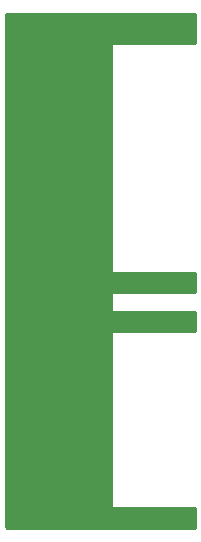
<source format=gm1>
G04*
G04 #@! TF.GenerationSoftware,Altium Limited,Altium Designer,20.0.13 (296)*
G04*
G04 Layer_Color=16711935*
%FSLAX24Y24*%
%MOIN*%
G70*
G01*
G75*
%ADD14C,0.0100*%
G36*
X6300Y29300D02*
X9100D01*
Y28650D01*
X2813D01*
Y45755D01*
X2800Y45768D01*
X2801Y45769D01*
X9100D01*
Y44800D01*
X9088Y44788D01*
X6300D01*
Y37150D01*
X9100D01*
Y36500D01*
X6300D01*
Y35850D01*
X9100D01*
Y35200D01*
X6300D01*
Y29300D01*
D02*
G37*
D14*
X9100Y44800D02*
Y45194D01*
X6312Y44800D02*
X9100D01*
X6300Y44788D02*
X6312Y44800D01*
X6300Y37150D02*
Y44788D01*
Y37150D02*
X9100D01*
Y36500D02*
Y37150D01*
X6300Y36500D02*
X9100D01*
X6300Y35850D02*
Y36500D01*
Y35850D02*
X9100D01*
Y35200D02*
Y35850D01*
X6300Y35200D02*
X9100D01*
X6300Y29300D02*
Y35200D01*
Y29300D02*
X9100D01*
Y28650D02*
Y29300D01*
X2813Y28650D02*
X9100D01*
X2800Y28663D02*
X2813Y28650D01*
X2800Y28663D02*
Y45768D01*
X2801Y45769D01*
X9100D01*
Y45107D02*
Y45769D01*
M02*

</source>
